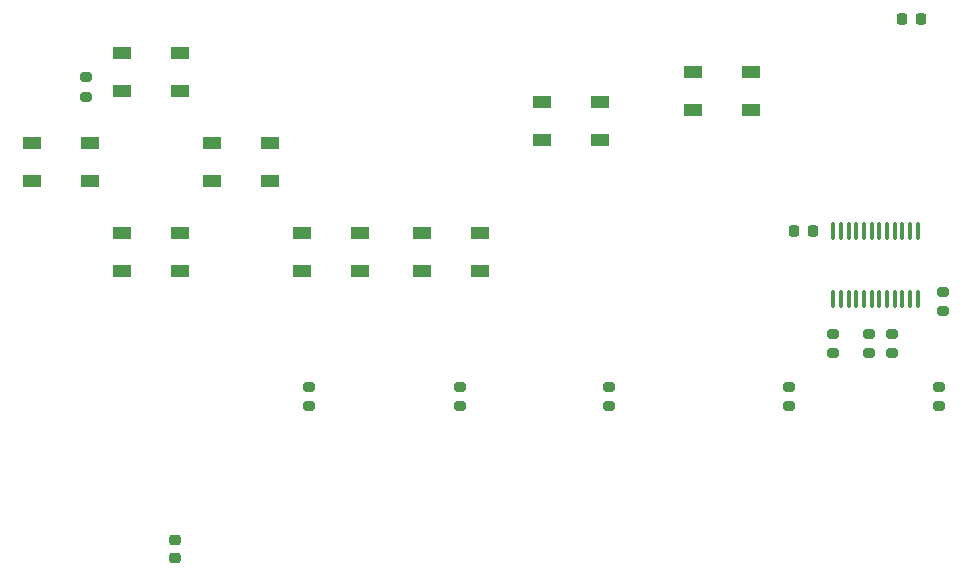
<source format=gtp>
%TF.GenerationSoftware,KiCad,Pcbnew,(6.0.7)*%
%TF.CreationDate,2022-11-04T20:59:30-04:00*%
%TF.ProjectId,dmgc-attiny-arduino-mega,646d6763-2d61-4747-9469-6e792d617264,rev?*%
%TF.SameCoordinates,Original*%
%TF.FileFunction,Paste,Top*%
%TF.FilePolarity,Positive*%
%FSLAX46Y46*%
G04 Gerber Fmt 4.6, Leading zero omitted, Abs format (unit mm)*
G04 Created by KiCad (PCBNEW (6.0.7)) date 2022-11-04 20:59:30*
%MOMM*%
%LPD*%
G01*
G04 APERTURE LIST*
G04 Aperture macros list*
%AMRoundRect*
0 Rectangle with rounded corners*
0 $1 Rounding radius*
0 $2 $3 $4 $5 $6 $7 $8 $9 X,Y pos of 4 corners*
0 Add a 4 corners polygon primitive as box body*
4,1,4,$2,$3,$4,$5,$6,$7,$8,$9,$2,$3,0*
0 Add four circle primitives for the rounded corners*
1,1,$1+$1,$2,$3*
1,1,$1+$1,$4,$5*
1,1,$1+$1,$6,$7*
1,1,$1+$1,$8,$9*
0 Add four rect primitives between the rounded corners*
20,1,$1+$1,$2,$3,$4,$5,0*
20,1,$1+$1,$4,$5,$6,$7,0*
20,1,$1+$1,$6,$7,$8,$9,0*
20,1,$1+$1,$8,$9,$2,$3,0*%
G04 Aperture macros list end*
%ADD10RoundRect,0.200000X-0.275000X0.200000X-0.275000X-0.200000X0.275000X-0.200000X0.275000X0.200000X0*%
%ADD11RoundRect,0.200000X0.275000X-0.200000X0.275000X0.200000X-0.275000X0.200000X-0.275000X-0.200000X0*%
%ADD12RoundRect,0.225000X-0.225000X-0.250000X0.225000X-0.250000X0.225000X0.250000X-0.225000X0.250000X0*%
%ADD13RoundRect,0.225000X0.250000X-0.225000X0.250000X0.225000X-0.250000X0.225000X-0.250000X-0.225000X0*%
%ADD14R,1.500000X1.000000*%
%ADD15RoundRect,0.100000X-0.100000X0.637500X-0.100000X-0.637500X0.100000X-0.637500X0.100000X0.637500X0*%
G04 APERTURE END LIST*
D10*
%TO.C,R10*%
X189617992Y-83483341D03*
X189617992Y-85133341D03*
%TD*%
%TO.C,R9*%
X136284168Y-83505108D03*
X136284168Y-85155108D03*
%TD*%
%TO.C,R8*%
X148992432Y-83498124D03*
X148992432Y-85148124D03*
%TD*%
%TO.C,R7*%
X161662048Y-83483341D03*
X161662048Y-85133341D03*
%TD*%
%TO.C,R6*%
X176904025Y-83483341D03*
X176904025Y-85133341D03*
%TD*%
D11*
%TO.C,R5*%
X185598000Y-80632000D03*
X185598000Y-78982000D03*
%TD*%
%TO.C,R4*%
X183693000Y-80632000D03*
X183693000Y-78982000D03*
%TD*%
%TO.C,R3*%
X180645000Y-80632000D03*
X180645000Y-78982000D03*
%TD*%
D10*
%TO.C,R2*%
X189916000Y-75426000D03*
X189916000Y-77076000D03*
%TD*%
D11*
%TO.C,R1*%
X117399000Y-58915000D03*
X117399000Y-57265000D03*
%TD*%
D12*
%TO.C,C3*%
X177330000Y-70282000D03*
X178880000Y-70282000D03*
%TD*%
%TO.C,C2*%
X186474000Y-52375000D03*
X188024000Y-52375000D03*
%TD*%
D13*
%TO.C,C1*%
X124892000Y-97981000D03*
X124892000Y-96431000D03*
%TD*%
D14*
%TO.C,D2*%
X112790000Y-62840000D03*
X112790000Y-66040000D03*
X117690000Y-66040000D03*
X117690000Y-62840000D03*
%TD*%
D15*
%TO.C,U2*%
X187776000Y-70340500D03*
X187126000Y-70340500D03*
X186476000Y-70340500D03*
X185826000Y-70340500D03*
X185176000Y-70340500D03*
X184526000Y-70340500D03*
X183876000Y-70340500D03*
X183226000Y-70340500D03*
X182576000Y-70340500D03*
X181926000Y-70340500D03*
X181276000Y-70340500D03*
X180626000Y-70340500D03*
X180626000Y-76065500D03*
X181276000Y-76065500D03*
X181926000Y-76065500D03*
X182576000Y-76065500D03*
X183226000Y-76065500D03*
X183876000Y-76065500D03*
X184526000Y-76065500D03*
X185176000Y-76065500D03*
X185826000Y-76065500D03*
X186476000Y-76065500D03*
X187126000Y-76065500D03*
X187776000Y-76065500D03*
%TD*%
D14*
%TO.C,D7*%
X155970000Y-59360000D03*
X155970000Y-62560000D03*
X160870000Y-62560000D03*
X160870000Y-59360000D03*
%TD*%
%TO.C,D6*%
X145810000Y-70460000D03*
X145810000Y-73660000D03*
X150710000Y-73660000D03*
X150710000Y-70460000D03*
%TD*%
%TO.C,D3*%
X120410000Y-70460000D03*
X120410000Y-73660000D03*
X125310000Y-73660000D03*
X125310000Y-70460000D03*
%TD*%
%TO.C,D5*%
X135650000Y-70460000D03*
X135650000Y-73660000D03*
X140550000Y-73660000D03*
X140550000Y-70460000D03*
%TD*%
%TO.C,D4*%
X128030000Y-62840000D03*
X128030000Y-66040000D03*
X132930000Y-66040000D03*
X132930000Y-62840000D03*
%TD*%
%TO.C,D8*%
X168760000Y-56820000D03*
X168760000Y-60020000D03*
X173660000Y-60020000D03*
X173660000Y-56820000D03*
%TD*%
%TO.C,D1*%
X120410000Y-55220000D03*
X120410000Y-58420000D03*
X125310000Y-58420000D03*
X125310000Y-55220000D03*
%TD*%
M02*

</source>
